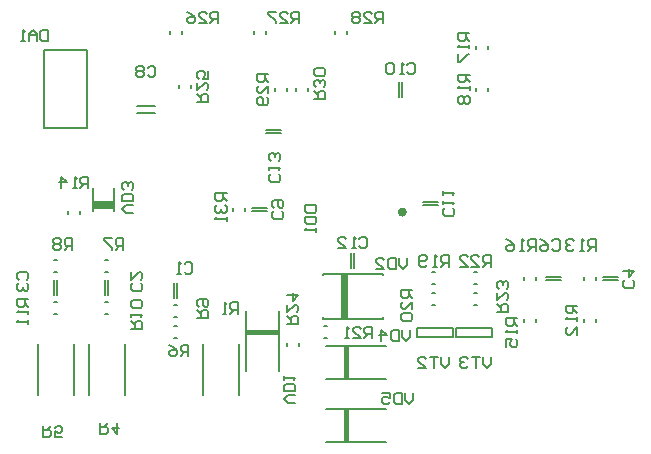
<source format=gbo>
G04*
G04 #@! TF.GenerationSoftware,Altium Limited,Altium Designer,23.5.1 (21)*
G04*
G04 Layer_Color=32896*
%FSLAX44Y44*%
%MOMM*%
G71*
G04*
G04 #@! TF.SameCoordinates,1C69412E-B372-4F46-9B7E-F97621244732*
G04*
G04*
G04 #@! TF.FilePolarity,Positive*
G04*
G01*
G75*
%ADD10C,0.2000*%
%ADD63C,0.1500*%
D10*
X339700Y277140D02*
G03*
X339700Y277140I-3000J0D01*
G01*
X337700D02*
G03*
X337700Y277140I-1000J0D01*
G01*
X338700D02*
G03*
X338700Y277140I-2000J0D01*
G01*
X74930Y280670D02*
X92710D01*
X74930Y284480D02*
X92710D01*
X74930Y281940D02*
X92710D01*
X101600Y121920D02*
Y165100D01*
X71120Y121920D02*
Y165100D01*
X85090Y200660D02*
X87630D01*
X85090Y190500D02*
X87630D01*
X41910D02*
X44450D01*
X41910Y200660D02*
X44450D01*
X58420Y121920D02*
Y165100D01*
X27940Y121920D02*
Y165100D01*
X248920Y163830D02*
Y166370D01*
X238760Y163830D02*
Y166370D01*
X449580Y219710D02*
Y222250D01*
X439420Y219710D02*
Y222250D01*
X269240Y186690D02*
Y187960D01*
X143510Y198120D02*
X146050D01*
X143510Y187960D02*
X146050D01*
X143510Y180340D02*
X146050D01*
X143510Y170180D02*
X146050D01*
X85090Y226060D02*
X87630D01*
X85090Y236220D02*
X87630D01*
X41910D02*
X44450D01*
X41910Y226060D02*
X44450D01*
X490220Y219710D02*
Y222250D01*
X500380Y219710D02*
Y222250D01*
X270510Y170180D02*
X273050D01*
X270510Y180340D02*
X273050D01*
X111760Y360680D02*
X127000D01*
X111760Y367030D02*
X127000D01*
X204470Y173990D02*
X232410D01*
X204470Y175260D02*
X232410D01*
Y176530D01*
X204470D02*
X232410D01*
Y142240D02*
Y193040D01*
X204470Y142240D02*
Y193040D01*
X63500Y275590D02*
Y278130D01*
X53340Y275590D02*
Y278130D01*
X408940Y415290D02*
Y417830D01*
X398780Y415290D02*
Y417830D01*
X408940Y379730D02*
Y382270D01*
X398780Y379730D02*
Y382270D01*
X290830Y82550D02*
Y110490D01*
X289560Y82550D02*
Y110490D01*
X288290D02*
X289560D01*
X288290Y82550D02*
Y110490D01*
X271780D02*
X322580D01*
X271780Y82550D02*
X322580D01*
X490220Y184150D02*
Y186690D01*
X500380Y184150D02*
Y186690D01*
X439420Y184150D02*
Y186690D01*
X449580Y184150D02*
Y186690D01*
X361950Y215900D02*
X364490D01*
X361950Y226060D02*
X364490D01*
X412750Y171450D02*
Y179070D01*
X382270D02*
X412750D01*
X382270Y171450D02*
Y179070D01*
Y171450D02*
X412750D01*
X397510Y198120D02*
X400050D01*
X397510Y208280D02*
X400050D01*
X193040Y278130D02*
Y280670D01*
X203200Y278130D02*
Y280670D01*
X238760Y379730D02*
Y382270D01*
X228600Y379730D02*
Y382270D01*
X256540Y379730D02*
Y382270D01*
X246380Y379730D02*
Y382270D01*
X397510Y215900D02*
X400050D01*
X397510Y226060D02*
X400050D01*
X349250Y171450D02*
X379730D01*
X349250D02*
Y179070D01*
X379730D01*
Y171450D02*
Y179070D01*
X361950Y208280D02*
X364490D01*
X361950Y198120D02*
X364490D01*
X289560Y427990D02*
Y430530D01*
X279400Y427990D02*
Y430530D01*
X220980Y427990D02*
Y430530D01*
X210820Y427990D02*
Y430530D01*
X157480Y382270D02*
Y384810D01*
X147320Y382270D02*
Y384810D01*
X149860Y427990D02*
Y430530D01*
X139700Y427990D02*
Y430530D01*
X33020Y414020D02*
X69850D01*
Y347980D02*
Y414020D01*
X33020Y347980D02*
Y414020D01*
Y347980D02*
X69850D01*
X74930Y283210D02*
X92710D01*
X74930Y278130D02*
Y297180D01*
X92710Y278130D02*
Y297180D01*
X74930Y285750D02*
X92710D01*
X167640Y121920D02*
Y165100D01*
X198120Y121920D02*
Y165100D01*
X271780Y135890D02*
X322580D01*
X271780Y163830D02*
X322580D01*
X288290Y135890D02*
Y163830D01*
X289560D01*
Y135890D02*
Y163830D01*
X290830Y135890D02*
Y163830D01*
X269240Y186690D02*
X294640D01*
X285750D02*
Y224790D01*
X287020Y186690D02*
Y224790D01*
X288290Y186690D02*
Y224790D01*
X289560Y186690D02*
Y224790D01*
X285750Y186690D02*
X287020D01*
X269240D02*
X320040D01*
X269240Y224790D02*
X320040D01*
Y186690D02*
Y187960D01*
Y223520D02*
Y224790D01*
X269240Y223520D02*
Y224790D01*
X449834Y244348D02*
Y254345D01*
X444836D01*
X443170Y252679D01*
Y249346D01*
X444836Y247680D01*
X449834D01*
X446502D02*
X443170Y244348D01*
X439837D02*
X436505D01*
X438171D01*
Y254345D01*
X439837Y252679D01*
X424842Y254345D02*
X428174Y252679D01*
X431507Y249346D01*
Y246014D01*
X429840Y244348D01*
X426508D01*
X424842Y246014D01*
Y247680D01*
X426508Y249346D01*
X431507D01*
X231932Y309128D02*
X233598Y307462D01*
Y304130D01*
X231932Y302464D01*
X225268D01*
X223602Y304130D01*
Y307462D01*
X225268Y309128D01*
X223602Y312461D02*
Y315793D01*
Y314127D01*
X233598D01*
X231932Y312461D01*
Y320791D02*
X233598Y322458D01*
Y325790D01*
X231932Y327456D01*
X230266D01*
X228600Y325790D01*
Y324124D01*
Y325790D01*
X226934Y327456D01*
X225268D01*
X223602Y325790D01*
Y322458D01*
X225268Y320791D01*
X300471Y254792D02*
X302138Y256458D01*
X305470D01*
X307136Y254792D01*
Y248128D01*
X305470Y246462D01*
X302138D01*
X300471Y248128D01*
X297139Y246462D02*
X293807D01*
X295473D01*
Y256458D01*
X297139Y254792D01*
X282144Y246462D02*
X288808D01*
X282144Y253126D01*
Y254792D01*
X283810Y256458D01*
X287142D01*
X288808Y254792D01*
X379252Y280315D02*
X380918Y278649D01*
Y275316D01*
X379252Y273650D01*
X372588D01*
X370922Y275316D01*
Y278649D01*
X372588Y280315D01*
X370922Y283647D02*
Y286979D01*
Y285313D01*
X380918D01*
X379252Y283647D01*
X370922Y291978D02*
Y295310D01*
Y293644D01*
X380918D01*
X379252Y291978D01*
X341111Y402112D02*
X342778Y403778D01*
X346110D01*
X347776Y402112D01*
Y395448D01*
X346110Y393782D01*
X342778D01*
X341111Y395448D01*
X337779Y393782D02*
X334447D01*
X336113D01*
Y403778D01*
X337779Y402112D01*
X329449D02*
X327782Y403778D01*
X324450D01*
X322784Y402112D01*
Y395448D01*
X324450Y393782D01*
X327782D01*
X329449Y395448D01*
Y402112D01*
X412109Y154858D02*
Y148194D01*
X408777Y144862D01*
X405444Y148194D01*
Y154858D01*
X402112D02*
X395448D01*
X398780D01*
Y144862D01*
X392116Y153192D02*
X390449Y154858D01*
X387117D01*
X385451Y153192D01*
Y151526D01*
X387117Y149860D01*
X388783D01*
X387117D01*
X385451Y148194D01*
Y146528D01*
X387117Y144862D01*
X390449D01*
X392116Y146528D01*
X376549Y154858D02*
Y148194D01*
X373217Y144862D01*
X369884Y148194D01*
Y154858D01*
X366552D02*
X359888D01*
X363220D01*
Y144862D01*
X349891D02*
X356555D01*
X349891Y151526D01*
Y153192D01*
X351557Y154858D01*
X354889D01*
X356555Y153192D01*
X346069Y124378D02*
Y117714D01*
X342737Y114382D01*
X339404Y117714D01*
Y124378D01*
X336072D02*
Y114382D01*
X331074D01*
X329408Y116048D01*
Y122712D01*
X331074Y124378D01*
X336072D01*
X319411D02*
X326076D01*
Y119380D01*
X322743Y121046D01*
X321077D01*
X319411Y119380D01*
Y116048D01*
X321077Y114382D01*
X324409D01*
X326076Y116048D01*
X343529Y177718D02*
Y171054D01*
X340197Y167722D01*
X336865Y171054D01*
Y177718D01*
X333532D02*
Y167722D01*
X328534D01*
X326868Y169388D01*
Y176052D01*
X328534Y177718D01*
X333532D01*
X318537Y167722D02*
Y177718D01*
X323535Y172720D01*
X316871D01*
X109138Y276231D02*
X102474D01*
X99142Y279563D01*
X102474Y282895D01*
X109138D01*
Y286228D02*
X99142D01*
Y291226D01*
X100808Y292892D01*
X107472D01*
X109138Y291226D01*
Y286228D01*
X107472Y296224D02*
X109138Y297891D01*
Y301223D01*
X107472Y302889D01*
X105806D01*
X104140Y301223D01*
Y299557D01*
Y301223D01*
X102474Y302889D01*
X100808D01*
X99142Y301223D01*
Y297891D01*
X100808Y296224D01*
X340989Y238678D02*
Y232014D01*
X337657Y228682D01*
X334324Y232014D01*
Y238678D01*
X330992D02*
Y228682D01*
X325994D01*
X324328Y230348D01*
Y237012D01*
X325994Y238678D01*
X330992D01*
X314331Y228682D02*
X320995D01*
X314331Y235346D01*
Y237012D01*
X315997Y238678D01*
X319329D01*
X320995Y237012D01*
X246298Y115337D02*
X239634D01*
X236302Y118669D01*
X239634Y122002D01*
X246298D01*
Y125334D02*
X236302D01*
Y130332D01*
X237968Y131998D01*
X244632D01*
X246298Y130332D01*
Y125334D01*
X236302Y135331D02*
Y138663D01*
Y136997D01*
X246298D01*
X244632Y135331D01*
X188118Y293403D02*
X178122D01*
Y288405D01*
X179788Y286738D01*
X183120D01*
X184786Y288405D01*
Y293403D01*
Y290071D02*
X188118Y286738D01*
X179788Y283406D02*
X178122Y281740D01*
Y278408D01*
X179788Y276742D01*
X181454D01*
X183120Y278408D01*
Y280074D01*
Y278408D01*
X184786Y276742D01*
X186452D01*
X188118Y278408D01*
Y281740D01*
X186452Y283406D01*
X188118Y273409D02*
Y270077D01*
Y271743D01*
X178122D01*
X179788Y273409D01*
X261702Y372751D02*
X271698D01*
Y377749D01*
X270032Y379415D01*
X266700D01*
X265034Y377749D01*
Y372751D01*
Y376083D02*
X261702Y379415D01*
X270032Y382748D02*
X271698Y384414D01*
Y387746D01*
X270032Y389412D01*
X268366D01*
X266700Y387746D01*
Y386080D01*
Y387746D01*
X265034Y389412D01*
X263368D01*
X261702Y387746D01*
Y384414D01*
X263368Y382748D01*
X270032Y392744D02*
X271698Y394411D01*
Y397743D01*
X270032Y399409D01*
X263368D01*
X261702Y397743D01*
Y394411D01*
X263368Y392744D01*
X270032D01*
X223438Y394329D02*
X213442D01*
Y389331D01*
X215108Y387664D01*
X218440D01*
X220106Y389331D01*
Y394329D01*
Y390997D02*
X223438Y387664D01*
Y377668D02*
Y384332D01*
X216774Y377668D01*
X215108D01*
X213442Y379334D01*
Y382666D01*
X215108Y384332D01*
X221772Y374336D02*
X223438Y372669D01*
Y369337D01*
X221772Y367671D01*
X215108D01*
X213442Y369337D01*
Y372669D01*
X215108Y374336D01*
X216774D01*
X218440Y372669D01*
Y367671D01*
X320669Y436962D02*
Y446958D01*
X315671D01*
X314004Y445292D01*
Y441960D01*
X315671Y440294D01*
X320669D01*
X317337D02*
X314004Y436962D01*
X304008D02*
X310672D01*
X304008Y443626D01*
Y445292D01*
X305674Y446958D01*
X309006D01*
X310672Y445292D01*
X300676D02*
X299009Y446958D01*
X295677D01*
X294011Y445292D01*
Y443626D01*
X295677Y441960D01*
X294011Y440294D01*
Y438628D01*
X295677Y436962D01*
X299009D01*
X300676Y438628D01*
Y440294D01*
X299009Y441960D01*
X300676Y443626D01*
Y445292D01*
X299009Y441960D02*
X295677D01*
X249549Y436962D02*
Y446958D01*
X244551D01*
X242885Y445292D01*
Y441960D01*
X244551Y440294D01*
X249549D01*
X246217D02*
X242885Y436962D01*
X232888D02*
X239552D01*
X232888Y443626D01*
Y445292D01*
X234554Y446958D01*
X237886D01*
X239552Y445292D01*
X229555Y446958D02*
X222891D01*
Y445292D01*
X229555Y438628D01*
Y436962D01*
X180969D02*
Y446958D01*
X175971D01*
X174305Y445292D01*
Y441960D01*
X175971Y440294D01*
X180969D01*
X177637D02*
X174305Y436962D01*
X164308D02*
X170972D01*
X164308Y443626D01*
Y445292D01*
X165974Y446958D01*
X169306D01*
X170972Y445292D01*
X154311Y446958D02*
X157643Y445292D01*
X160975Y441960D01*
Y438628D01*
X159309Y436962D01*
X155977D01*
X154311Y438628D01*
Y440294D01*
X155977Y441960D01*
X160975D01*
X162642Y370211D02*
X172638D01*
Y375209D01*
X170972Y376875D01*
X167640D01*
X165974Y375209D01*
Y370211D01*
Y373543D02*
X162642Y376875D01*
Y386872D02*
Y380208D01*
X169306Y386872D01*
X170972D01*
X172638Y385206D01*
Y381874D01*
X170972Y380208D01*
X172638Y396869D02*
Y390205D01*
X167640D01*
X169306Y393537D01*
Y395203D01*
X167640Y396869D01*
X164308D01*
X162642Y395203D01*
Y391871D01*
X164308Y390205D01*
X238842Y182251D02*
X248838D01*
Y187249D01*
X247172Y188915D01*
X243840D01*
X242174Y187249D01*
Y182251D01*
Y185583D02*
X238842Y188915D01*
Y198912D02*
Y192248D01*
X245506Y198912D01*
X247172D01*
X248838Y197246D01*
Y193914D01*
X247172Y192248D01*
X238842Y207243D02*
X248838D01*
X243840Y202244D01*
Y208909D01*
X416642Y192411D02*
X426638D01*
Y197409D01*
X424972Y199075D01*
X421640D01*
X419974Y197409D01*
Y192411D01*
Y195743D02*
X416642Y199075D01*
Y209072D02*
Y202408D01*
X423306Y209072D01*
X424972D01*
X426638Y207406D01*
Y204074D01*
X424972Y202408D01*
Y212404D02*
X426638Y214071D01*
Y217403D01*
X424972Y219069D01*
X423306D01*
X421640Y217403D01*
Y215737D01*
Y217403D01*
X419974Y219069D01*
X418308D01*
X416642Y217403D01*
Y214071D01*
X418308Y212404D01*
X411949Y230982D02*
Y240978D01*
X406951D01*
X405285Y239312D01*
Y235980D01*
X406951Y234314D01*
X411949D01*
X408617D02*
X405285Y230982D01*
X395288D02*
X401952D01*
X395288Y237646D01*
Y239312D01*
X396954Y240978D01*
X400286D01*
X401952Y239312D01*
X385291Y230982D02*
X391955D01*
X385291Y237646D01*
Y239312D01*
X386957Y240978D01*
X390289D01*
X391955Y239312D01*
X311383Y170262D02*
Y180258D01*
X306385D01*
X304718Y178592D01*
Y175260D01*
X306385Y173594D01*
X311383D01*
X308051D02*
X304718Y170262D01*
X294722D02*
X301386D01*
X294722Y176926D01*
Y178592D01*
X296388Y180258D01*
X299720D01*
X301386Y178592D01*
X291389Y170262D02*
X288057D01*
X289723D01*
Y180258D01*
X291389Y178592D01*
X345358Y211449D02*
X335362D01*
Y206451D01*
X337028Y204785D01*
X340360D01*
X342026Y206451D01*
Y211449D01*
Y208117D02*
X345358Y204785D01*
Y194788D02*
Y201452D01*
X338694Y194788D01*
X337028D01*
X335362Y196454D01*
Y199786D01*
X337028Y201452D01*
Y191455D02*
X335362Y189789D01*
Y186457D01*
X337028Y184791D01*
X343692D01*
X345358Y186457D01*
Y189789D01*
X343692Y191455D01*
X337028D01*
X375876Y230982D02*
Y240978D01*
X370878D01*
X369212Y239312D01*
Y235980D01*
X370878Y234314D01*
X375876D01*
X372544D02*
X369212Y230982D01*
X365879D02*
X362547D01*
X364213D01*
Y240978D01*
X365879Y239312D01*
X357548Y232648D02*
X355882Y230982D01*
X352550D01*
X350884Y232648D01*
Y239312D01*
X352550Y240978D01*
X355882D01*
X357548Y239312D01*
Y237646D01*
X355882Y235980D01*
X350884D01*
X393858Y393656D02*
X383862D01*
Y388658D01*
X385528Y386992D01*
X388860D01*
X390526Y388658D01*
Y393656D01*
Y390324D02*
X393858Y386992D01*
Y383659D02*
Y380327D01*
Y381993D01*
X383862D01*
X385528Y383659D01*
Y375328D02*
X383862Y373662D01*
Y370330D01*
X385528Y368664D01*
X387194D01*
X388860Y370330D01*
X390526Y368664D01*
X392192D01*
X393858Y370330D01*
Y373662D01*
X392192Y375328D01*
X390526D01*
X388860Y373662D01*
X387194Y375328D01*
X385528D01*
X388860Y373662D02*
Y370330D01*
X393618Y429056D02*
X383622D01*
Y424058D01*
X385288Y422392D01*
X388620D01*
X390286Y424058D01*
Y429056D01*
Y425724D02*
X393618Y422392D01*
Y419059D02*
Y415727D01*
Y417393D01*
X383622D01*
X385288Y419059D01*
X383622Y410728D02*
Y404064D01*
X385288D01*
X391952Y410728D01*
X393618D01*
X434258Y187756D02*
X424262D01*
Y182758D01*
X425928Y181091D01*
X429260D01*
X430926Y182758D01*
Y187756D01*
Y184424D02*
X434258Y181091D01*
Y177759D02*
Y174427D01*
Y176093D01*
X424262D01*
X425928Y177759D01*
X424262Y162764D02*
Y169429D01*
X429260D01*
X427594Y166096D01*
Y164430D01*
X429260Y162764D01*
X432592D01*
X434258Y164430D01*
Y167762D01*
X432592Y169429D01*
X70916Y297262D02*
Y307258D01*
X65918D01*
X64251Y305592D01*
Y302260D01*
X65918Y300594D01*
X70916D01*
X67584D02*
X64251Y297262D01*
X60919D02*
X57587D01*
X59253D01*
Y307258D01*
X60919Y305592D01*
X47590Y297262D02*
Y307258D01*
X52589Y302260D01*
X45924D01*
X500634Y244348D02*
Y254345D01*
X495636D01*
X493969Y252679D01*
Y249346D01*
X495636Y247680D01*
X500634D01*
X497302D02*
X493969Y244348D01*
X490637D02*
X487305D01*
X488971D01*
Y254345D01*
X490637Y252679D01*
X482307D02*
X480640Y254345D01*
X477308D01*
X475642Y252679D01*
Y251012D01*
X477308Y249346D01*
X478974D01*
X477308D01*
X475642Y247680D01*
Y246014D01*
X477308Y244348D01*
X480640D01*
X482307Y246014D01*
X484978Y198076D02*
X474981D01*
Y193078D01*
X476648Y191411D01*
X479980D01*
X481646Y193078D01*
Y198076D01*
Y194744D02*
X484978Y191411D01*
Y188079D02*
Y184747D01*
Y186413D01*
X474981D01*
X476648Y188079D01*
X484978Y173084D02*
Y179748D01*
X478314Y173084D01*
X476648D01*
X474981Y174750D01*
Y178082D01*
X476648Y179748D01*
X20238Y203870D02*
X10242D01*
Y198871D01*
X11908Y197205D01*
X15240D01*
X16906Y198871D01*
Y203870D01*
Y200538D02*
X20238Y197205D01*
Y193873D02*
Y190541D01*
Y192207D01*
X10242D01*
X11908Y193873D01*
X20238Y185542D02*
Y182210D01*
Y183876D01*
X10242D01*
X11908Y185542D01*
X106762Y178004D02*
X116758D01*
Y183002D01*
X115092Y184669D01*
X111760D01*
X110094Y183002D01*
Y178004D01*
Y181336D02*
X106762Y184669D01*
Y188001D02*
Y191333D01*
Y189667D01*
X116758D01*
X115092Y188001D01*
Y196331D02*
X116758Y197997D01*
Y201330D01*
X115092Y202996D01*
X108428D01*
X106762Y201330D01*
Y197997D01*
X108428Y196331D01*
X115092D01*
X162642Y187249D02*
X172638D01*
Y192248D01*
X170972Y193914D01*
X167640D01*
X165974Y192248D01*
Y187249D01*
Y190582D02*
X162642Y193914D01*
X164308Y197246D02*
X162642Y198912D01*
Y202244D01*
X164308Y203911D01*
X170972D01*
X172638Y202244D01*
Y198912D01*
X170972Y197246D01*
X169306D01*
X167640Y198912D01*
Y203911D01*
X57404Y245364D02*
Y255361D01*
X52406D01*
X50739Y253695D01*
Y250362D01*
X52406Y248696D01*
X57404D01*
X54072D02*
X50739Y245364D01*
X47407Y253695D02*
X45741Y255361D01*
X42409D01*
X40743Y253695D01*
Y252029D01*
X42409Y250362D01*
X40743Y248696D01*
Y247030D01*
X42409Y245364D01*
X45741D01*
X47407Y247030D01*
Y248696D01*
X45741Y250362D01*
X47407Y252029D01*
Y253695D01*
X45741Y250362D02*
X42409D01*
X100584Y245364D02*
Y255361D01*
X95586D01*
X93919Y253695D01*
Y250362D01*
X95586Y248696D01*
X100584D01*
X97252D02*
X93919Y245364D01*
X90587Y255361D02*
X83923D01*
Y253695D01*
X90587Y247030D01*
Y245364D01*
X155651Y155022D02*
Y165018D01*
X150652D01*
X148986Y163352D01*
Y160020D01*
X150652Y158354D01*
X155651D01*
X152318D02*
X148986Y155022D01*
X138989Y165018D02*
X142322Y163352D01*
X145654Y160020D01*
Y156688D01*
X143988Y155022D01*
X140655D01*
X138989Y156688D01*
Y158354D01*
X140655Y160020D01*
X145654D01*
X32309Y96438D02*
Y86442D01*
X37308D01*
X38974Y88108D01*
Y91440D01*
X37308Y93106D01*
X32309D01*
X35642D02*
X38974Y96438D01*
X48971Y86442D02*
X42306D01*
Y91440D01*
X45638Y89774D01*
X47305D01*
X48971Y91440D01*
Y94772D01*
X47305Y96438D01*
X43972D01*
X42306Y94772D01*
X80569Y98978D02*
Y88982D01*
X85568D01*
X87234Y90648D01*
Y93980D01*
X85568Y95646D01*
X80569D01*
X83902D02*
X87234Y98978D01*
X95564D02*
Y88982D01*
X90566Y93980D01*
X97231D01*
X197866Y191262D02*
Y201259D01*
X192868D01*
X191201Y199593D01*
Y196260D01*
X192868Y194594D01*
X197866D01*
X194534D02*
X191201Y191262D01*
X187869D02*
X184537D01*
X186203D01*
Y201259D01*
X187869Y199593D01*
X254082Y283443D02*
X264078D01*
Y278444D01*
X262412Y276778D01*
X255748D01*
X254082Y278444D01*
Y283443D01*
Y273446D02*
X264078D01*
Y268448D01*
X262412Y266782D01*
X255748D01*
X254082Y268448D01*
Y273446D01*
X264078Y263449D02*
Y260117D01*
Y261783D01*
X254082D01*
X255748Y263449D01*
X37063Y431718D02*
Y421722D01*
X32064D01*
X30398Y423388D01*
Y430052D01*
X32064Y431718D01*
X37063D01*
X27066Y421722D02*
Y428386D01*
X23734Y431718D01*
X20402Y428386D01*
Y421722D01*
Y426720D01*
X27066D01*
X17069Y421722D02*
X13737D01*
X15403D01*
Y431718D01*
X17069Y430052D01*
X234472Y277734D02*
X236138Y276068D01*
Y272736D01*
X234472Y271069D01*
X227808D01*
X226142Y272736D01*
Y276068D01*
X227808Y277734D01*
Y281066D02*
X226142Y282732D01*
Y286064D01*
X227808Y287731D01*
X234472D01*
X236138Y286064D01*
Y282732D01*
X234472Y281066D01*
X232806D01*
X231140Y282732D01*
Y287731D01*
X121046Y399572D02*
X122712Y401238D01*
X126045D01*
X127711Y399572D01*
Y392908D01*
X126045Y391242D01*
X122712D01*
X121046Y392908D01*
X117714Y399572D02*
X116048Y401238D01*
X112716D01*
X111049Y399572D01*
Y397906D01*
X112716Y396240D01*
X111049Y394574D01*
Y392908D01*
X112716Y391242D01*
X116048D01*
X117714Y392908D01*
Y394574D01*
X116048Y396240D01*
X117714Y397906D01*
Y399572D01*
X116048Y396240D02*
X112716D01*
X463489Y252679D02*
X465156Y254345D01*
X468488D01*
X470154Y252679D01*
Y246014D01*
X468488Y244348D01*
X465156D01*
X463489Y246014D01*
X453493Y254345D02*
X456825Y252679D01*
X460157Y249346D01*
Y246014D01*
X458491Y244348D01*
X455159D01*
X453493Y246014D01*
Y247680D01*
X455159Y249346D01*
X460157D01*
X531652Y219314D02*
X533318Y217648D01*
Y214315D01*
X531652Y212649D01*
X524988D01*
X523322Y214315D01*
Y217648D01*
X524988Y219314D01*
X523322Y227645D02*
X533318D01*
X528320Y222646D01*
Y229311D01*
X11908Y220106D02*
X10242Y221772D01*
Y225105D01*
X11908Y226771D01*
X18572D01*
X20238Y225105D01*
Y221772D01*
X18572Y220106D01*
X11908Y216774D02*
X10242Y215108D01*
Y211775D01*
X11908Y210109D01*
X13574D01*
X15240Y211775D01*
Y213442D01*
Y211775D01*
X16906Y210109D01*
X18572D01*
X20238Y211775D01*
Y215108D01*
X18572Y216774D01*
X115092D02*
X116758Y215108D01*
Y211775D01*
X115092Y210109D01*
X108428D01*
X106762Y211775D01*
Y215108D01*
X108428Y216774D01*
X106762Y226771D02*
Y220106D01*
X113426Y226771D01*
X115092D01*
X116758Y225105D01*
Y221772D01*
X115092Y220106D01*
X152339Y233375D02*
X154006Y235041D01*
X157338D01*
X159004Y233375D01*
Y226710D01*
X157338Y225044D01*
X154006D01*
X152339Y226710D01*
X149007Y225044D02*
X145675D01*
X147341D01*
Y235041D01*
X149007Y233375D01*
D63*
X87630Y207010D02*
Y219710D01*
X85090Y207010D02*
Y219710D01*
X41910Y207010D02*
Y219710D01*
X44450Y207010D02*
Y219710D01*
X146050Y204470D02*
Y217170D01*
X143510Y204470D02*
Y217170D01*
X458470Y219710D02*
X471170D01*
X458470Y222250D02*
X471170D01*
X354330Y283210D02*
X367030D01*
X354330Y285750D02*
X367030D01*
X209550Y278130D02*
X222250D01*
X209550Y280670D02*
X222250D01*
X336550Y374650D02*
Y387350D01*
X334010Y374650D02*
Y387350D01*
X293370Y229870D02*
Y242570D01*
X295910Y229870D02*
Y242570D01*
X221000Y346710D02*
X233700D01*
X221000Y344170D02*
X233700D01*
X506730Y219710D02*
X519430D01*
X506730Y222250D02*
X519430D01*
M02*

</source>
